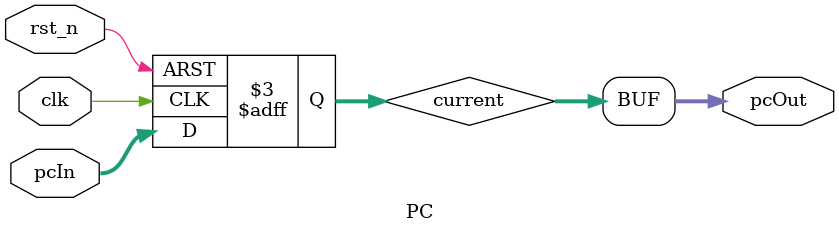
<source format=v>
module PC #(
    parameter PC_WIDTH = 10
) (
    input clk,
    input rst_n,
    input [PC_WIDTH-1:0] pcIn,
    output [PC_WIDTH-1:0] pcOut
);
    reg [PC_WIDTH-1:0] current;
    
    always @(posedge clk or negedge rst_n) begin
        if (!rst_n)
            current <= 0;
        else
            current <= pcIn;
    end
    
    assign pcOut = current;
    
endmodule

</source>
